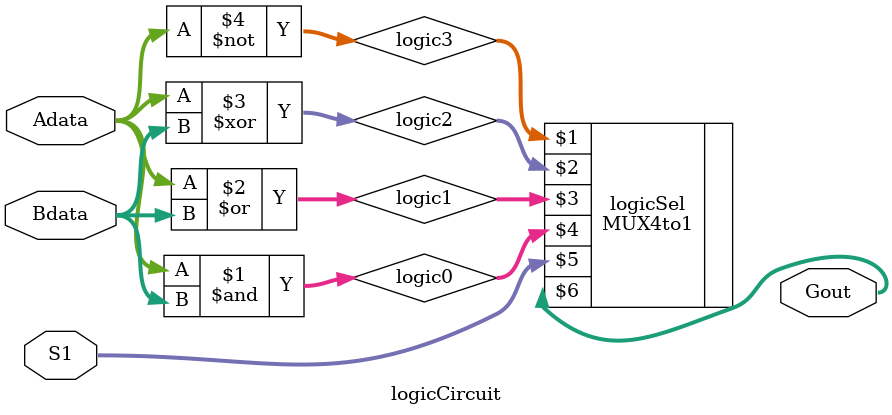
<source format=v>
module logicCircuit(
    input [3:0] Adata, Bdata,
    input [1:0] S1,
    output [3:0] Gout
);


wire [3:0] logic0, logic1, logic2, logic3;
assign logic0 = Adata&Bdata;
assign logic1 = Adata|Bdata;
assign logic2 = Adata^Bdata;
assign logic3 = ~Adata;

MUX4to1 logicSel(logic3,logic2,logic1,logic0, S1, Gout);

endmodule
</source>
